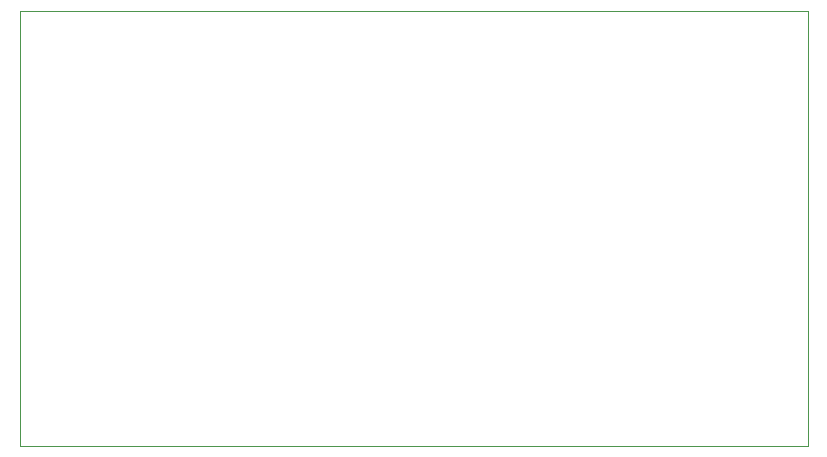
<source format=gbr>
G04 #@! TF.GenerationSoftware,KiCad,Pcbnew,5.1.9-73d0e3b20d~88~ubuntu20.04.1*
G04 #@! TF.CreationDate,2021-02-25T16:20:24+01:00*
G04 #@! TF.ProjectId,kick,6b69636b-2e6b-4696-9361-645f70636258,rev?*
G04 #@! TF.SameCoordinates,Original*
G04 #@! TF.FileFunction,Profile,NP*
%FSLAX46Y46*%
G04 Gerber Fmt 4.6, Leading zero omitted, Abs format (unit mm)*
G04 Created by KiCad (PCBNEW 5.1.9-73d0e3b20d~88~ubuntu20.04.1) date 2021-02-25 16:20:24*
%MOMM*%
%LPD*%
G01*
G04 APERTURE LIST*
G04 #@! TA.AperFunction,Profile*
%ADD10C,0.050000*%
G04 #@! TD*
G04 APERTURE END LIST*
D10*
X171450000Y-120015000D02*
X104775000Y-120015000D01*
X171450000Y-83185000D02*
X171450000Y-120015000D01*
X104775000Y-83185000D02*
X171450000Y-83185000D01*
X104775000Y-120015000D02*
X104775000Y-83185000D01*
M02*

</source>
